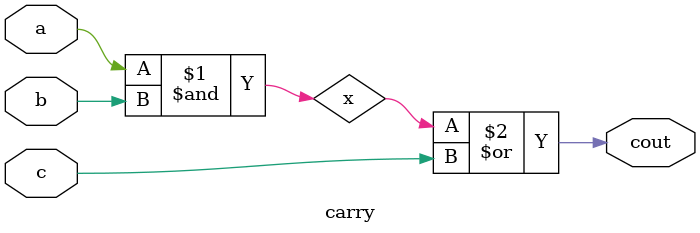
<source format=v>
module carry(a,b,c,cout);
input a,b,c;
output cout;
wire x; 
assign x = a & b; 
assign cout = x | c; 
endmodule

</source>
